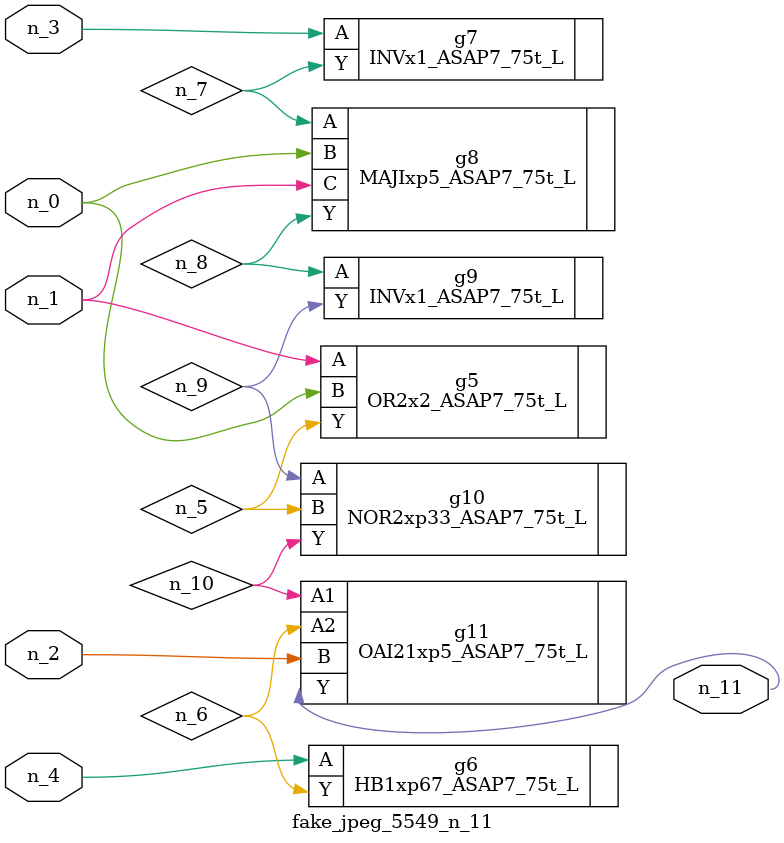
<source format=v>
module fake_jpeg_5549_n_11 (n_3, n_2, n_1, n_0, n_4, n_11);

input n_3;
input n_2;
input n_1;
input n_0;
input n_4;

output n_11;

wire n_10;
wire n_8;
wire n_9;
wire n_6;
wire n_5;
wire n_7;

OR2x2_ASAP7_75t_L g5 ( 
.A(n_1),
.B(n_0),
.Y(n_5)
);

HB1xp67_ASAP7_75t_L g6 ( 
.A(n_4),
.Y(n_6)
);

INVx1_ASAP7_75t_L g7 ( 
.A(n_3),
.Y(n_7)
);

MAJIxp5_ASAP7_75t_L g8 ( 
.A(n_7),
.B(n_0),
.C(n_1),
.Y(n_8)
);

INVx1_ASAP7_75t_L g9 ( 
.A(n_8),
.Y(n_9)
);

NOR2xp33_ASAP7_75t_L g10 ( 
.A(n_9),
.B(n_5),
.Y(n_10)
);

OAI21xp5_ASAP7_75t_L g11 ( 
.A1(n_10),
.A2(n_6),
.B(n_2),
.Y(n_11)
);


endmodule
</source>
